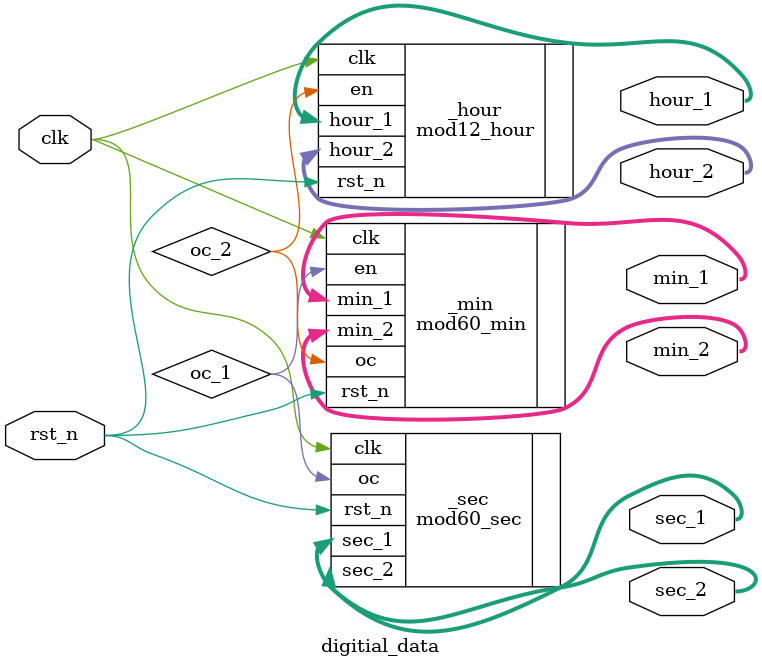
<source format=v>
`timescale 1ns/1ps
`include "mod60_sec.v"
`include "mod60_min.v"
`include "mod12_hour.v"
module digitial_data(
    input                  clk    ,        // 时钟信号
    input                  rst_n  ,        // 复位信号
    output   [3:0]      sec_1    ,        // 秒1
    output   [3:0]      sec_2    ,        // 秒2
    output   [3:0]      min_1    ,        // 分1
    output   [3:0]      min_2    ,        // 分2
    output   [3:0]      hour_1   ,        // 时1
    output   [3:0]      hour_2          // 时2

);
    wire oc_1;
    wire oc_2;
    mod60_sec _sec(.clk(clk),.rst_n(rst_n),.sec_1(sec_1),.sec_2(sec_2),.oc(oc_1));
    mod60_min _min(.clk(clk),.en(oc_1),.rst_n(rst_n),.min_1(min_1),.min_2(min_2),.oc(oc_2));
    mod12_hour _hour(.clk(clk),.en(oc_2),.rst_n(rst_n),.hour_1(hour_1),.hour_2(hour_2));
endmodule
</source>
